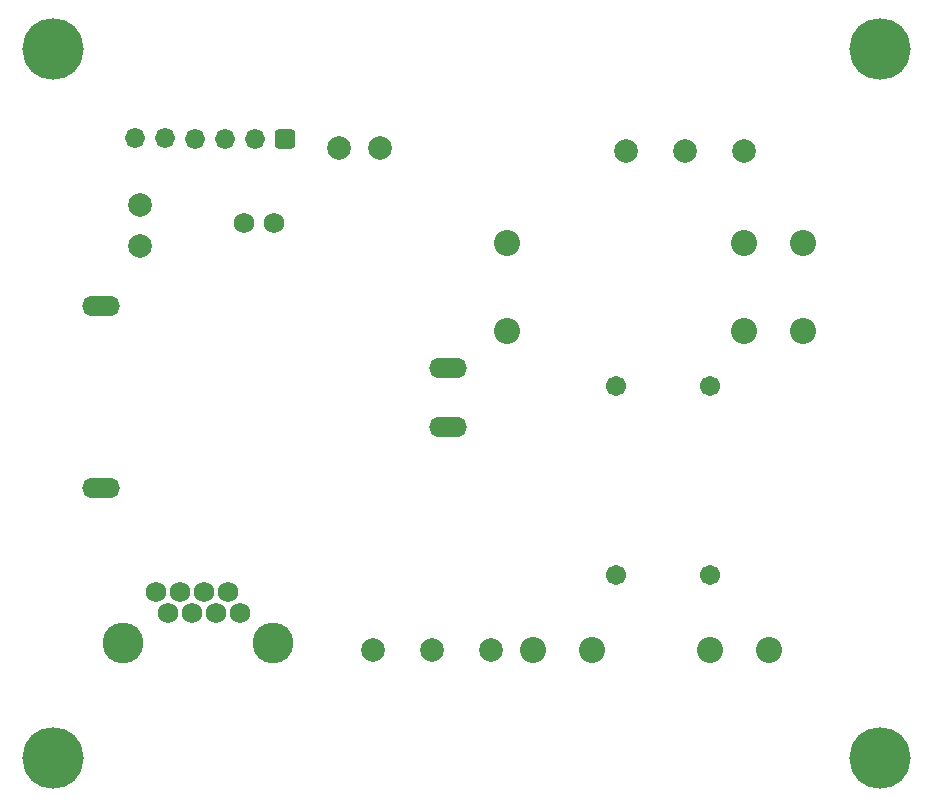
<source format=gbr>
%TF.GenerationSoftware,Altium Limited,Altium Designer,20.1.8 (145)*%
G04 Layer_Color=39423*
%FSLAX45Y45*%
%MOMM*%
%TF.SameCoordinates,2A241EDF-A570-403E-9AC0-7F4DA974E4D7*%
%TF.FilePolarity,Negative*%
%TF.FileFunction,Soldermask,Top*%
%TF.Part,Single*%
G01*
G75*
%TA.AperFunction,ComponentPad*%
%ADD50C,1.70320*%
%ADD51O,1.70320X1.65320*%
G04:AMPARAMS|DCode=52|XSize=1.7032mm|YSize=1.6532mm|CornerRadius=0.28285mm|HoleSize=0mm|Usage=FLASHONLY|Rotation=180.000|XOffset=0mm|YOffset=0mm|HoleType=Round|Shape=RoundedRectangle|*
%AMROUNDEDRECTD52*
21,1,1.70320,1.08750,0,0,180.0*
21,1,1.13750,1.65320,0,0,180.0*
1,1,0.56570,-0.56875,0.54375*
1,1,0.56570,0.56875,0.54375*
1,1,0.56570,0.56875,-0.54375*
1,1,0.56570,-0.56875,-0.54375*
%
%ADD52ROUNDEDRECTD52*%
%ADD53C,1.72720*%
%ADD54O,3.20320X1.70320*%
%ADD55C,2.00320*%
%ADD56C,2.20320*%
%TA.AperFunction,ViaPad*%
%ADD57C,5.20320*%
%TA.AperFunction,ComponentPad*%
%ADD58C,3.45440*%
D50*
X5266302Y3648593D02*
D03*
X6066302D02*
D03*
Y2048593D02*
D03*
X5266302D02*
D03*
D51*
X1193800Y5753100D02*
D03*
X1447800D02*
D03*
X1701800Y5740400D02*
D03*
X1955800D02*
D03*
X2209800D02*
D03*
D52*
X2463800D02*
D03*
D53*
X2120900Y5029200D02*
D03*
X2374900D02*
D03*
X1978286Y1903159D02*
D03*
X2079886Y1725359D02*
D03*
X1775086Y1903159D02*
D03*
X1876686Y1725359D02*
D03*
X1571886Y1903159D02*
D03*
X1673486Y1725359D02*
D03*
X1368686Y1903159D02*
D03*
X1470286Y1725359D02*
D03*
D54*
X3848100Y3303460D02*
D03*
Y3803460D02*
D03*
X908100Y2783460D02*
D03*
Y4323460D02*
D03*
D55*
X2921000Y5664200D02*
D03*
X3271000D02*
D03*
X1235806Y4831600D02*
D03*
Y5181600D02*
D03*
X3206395Y1417576D02*
D03*
X3706395D02*
D03*
X4206395D02*
D03*
X6348243Y5638800D02*
D03*
X5848243D02*
D03*
X5348243D02*
D03*
D56*
X4348243Y4112260D02*
D03*
Y4862260D02*
D03*
X6348243D02*
D03*
Y4112260D02*
D03*
X6848243Y4862260D02*
D03*
Y4112260D02*
D03*
X4566302Y1417576D02*
D03*
X5066302D02*
D03*
X6066302D02*
D03*
X6566302D02*
D03*
D57*
X7500000Y6500000D02*
D03*
X500000D02*
D03*
X7500000Y500000D02*
D03*
X500000D02*
D03*
D58*
X1089286Y1471359D02*
D03*
X2359286D02*
D03*
%TF.MD5,060cc0a045397362806dc5df4b3fd9d4*%
M02*

</source>
